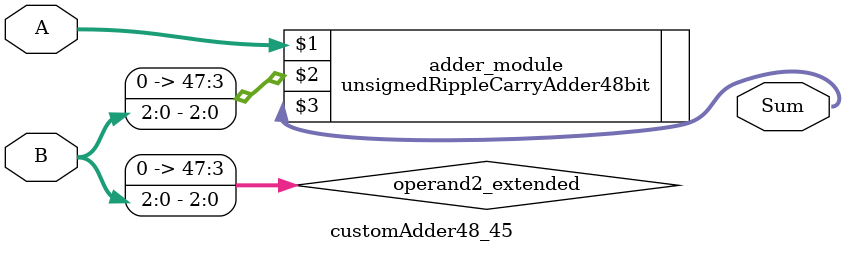
<source format=v>
module customAdder48_45(
                        input [47 : 0] A,
                        input [2 : 0] B,
                        
                        output [48 : 0] Sum
                );

        wire [47 : 0] operand2_extended;
        
        assign operand2_extended =  {45'b0, B};
        
        unsignedRippleCarryAdder48bit adder_module(
            A,
            operand2_extended,
            Sum
        );
        
        endmodule
        
</source>
